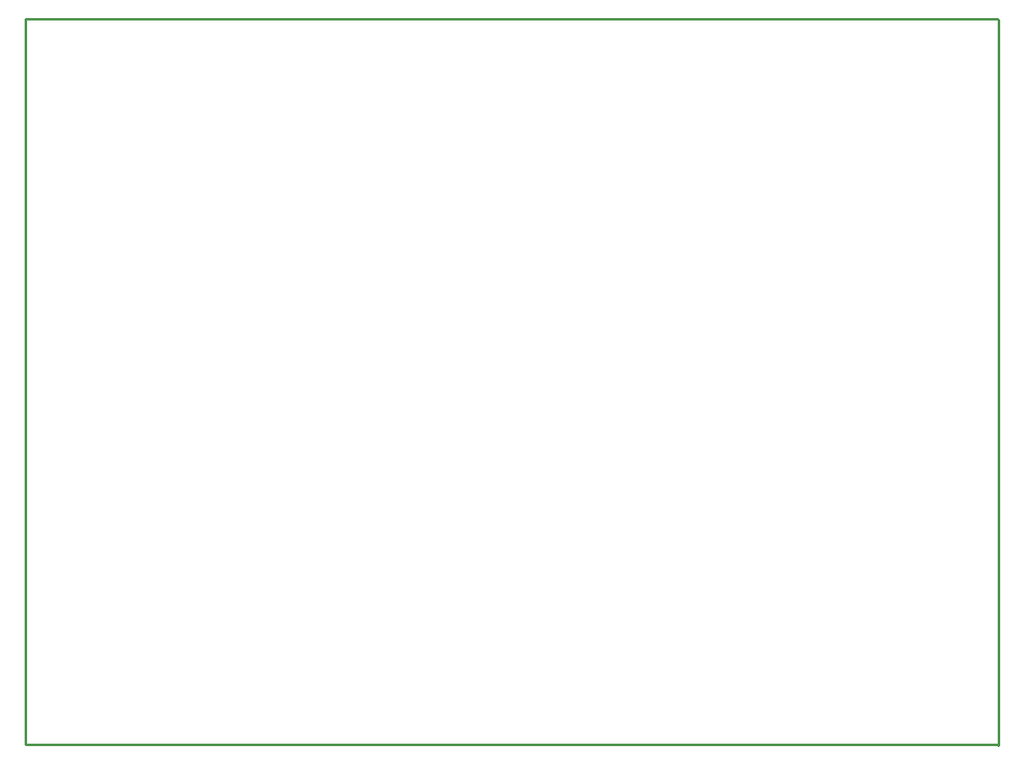
<source format=gko>
G04*
G04 #@! TF.GenerationSoftware,Altium Limited,Altium Designer,18.1.9 (240)*
G04*
G04 Layer_Color=16711935*
%FSLAX25Y25*%
%MOIN*%
G70*
G01*
G75*
%ADD11C,0.01000*%
D11*
X0Y500D02*
X394500D01*
X395000Y0D01*
Y294500D01*
X394500Y295000D02*
X395000Y294500D01*
X0Y295000D02*
X394500D01*
X0Y500D02*
Y295000D01*
M02*

</source>
